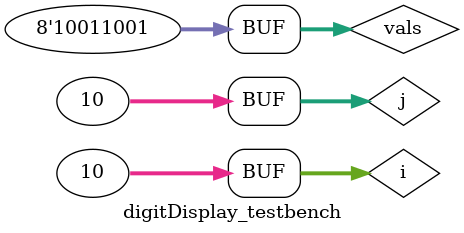
<source format=sv>
module digitDisplay(DISP0, DISP1, CTRL0, CTRL1);
	input logic [3:0] CTRL0, CTRL1;
	output logic [6:0] DISP0, DISP1;

	seg7 unit0 (.bcd(CTRL0), .leds(DISP0));
	seg7 unit1 (.bcd(CTRL1), .leds(DISP1));
endmodule

module digitDisplay_testbench();
	logic [6:0] display0, display1;
	logic [7:0] vals;

	digitDisplay dut (.DISP0(display0), .DISP1(display1), .CTRL0(vals[3:0]), .CTRL1(vals[7:4]));
	
	// Try all combinations of inputs.
	integer i, j;
	initial begin
		for(i = 0; i < 10; i++) begin
			vals[7:4] = i;
			for (j = 0; j < 10; j++) begin
				vals[3:0] = j; #10;
			end
		end
	end
endmodule

</source>
